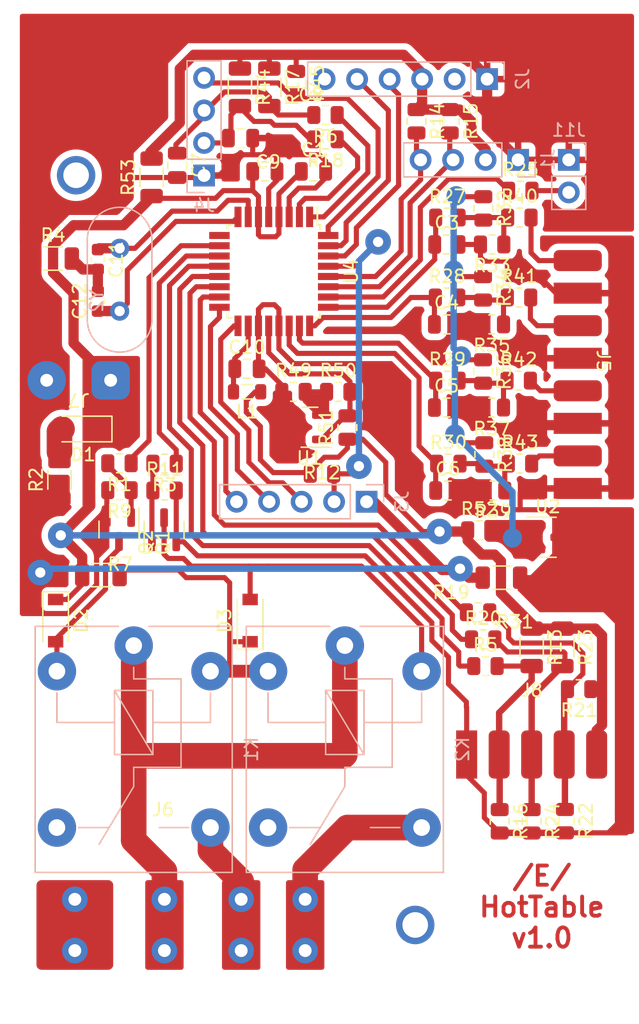
<source format=kicad_pcb>
(kicad_pcb (version 20211014) (generator pcbnew)
  (layers (0 "F.Cu" signal) (31 "B.Cu" signal) (34 "B.Paste" user) (35 "F.Paste" user) (36 "B.SilkS" user "B.Silkscreen") (37 "F.SilkS" user "F.Silkscreen") (38 "B.Mask" user) (39 "F.Mask" user) (44 "Edge.Cuts" user))
  (net 0 "")
  (net 1 "/ENC_RIGHT")
  (net 2 "GNDA")
  (net 3 "/ENC_LEFT")
  (net 4 "+5V")
  (net 5 "Net-(C8-Pad1)")
  (net 6 "Net-(C10-Pad1)")
  (net 7 "Net-(C11-Pad1)")
  (net 8 "Net-(C12-Pad1)")
  (net 10 "/UART_RX")
  (net 11 "/UART_TX")
  (net 13 "/RESET")
  (net 14 "/ISP_SCK")
  (net 15 "/ENC_ENTER")
  (net 16 "/ANALOG_IN_INT_1")
  (net 17 "/ANALOG_IN_INT_2")
  (net 18 "/ANALOG_IN_INT_3")
  (net 19 "/ANALOG_IN_INT_4")
  (net 20 "Net-(C7-Pad1)")
  (net 21 "Net-(D2-Pad2)")
  (net 22 "Net-(D3-Pad2)")
  (net 23 "/OLED_SDA")
  (net 24 "/OLED_SCL")
  (net 27 "/D_OUT_2")
  (net 28 "/D_OUT_3")
  (net 29 "/D_OUT_1")
  (net 30 "/D_OUT_INT_1")
  (net 31 "/D_OUT_INT_2")
  (net 32 "/D_OUT_INT_3")
  (net 33 "/PWM_OUT_1")
  (net 34 "/PWM_OUT_INT_1")
  (net 35 "/PWM_OUT_2")
  (net 36 "/PWM_OUT_INT_2")
  (net 37 "/BUZZER")
  (net 38 "Net-(R27-Pad2)")
  (net 39 "Net-(R28-Pad2)")
  (net 40 "Net-(R29-Pad2)")
  (net 41 "Net-(R30-Pad2)")
  (net 42 "/ANALOG_IN_1")
  (net 43 "/ANALOG_IN_2")
  (net 44 "/ANALOG_IN_3")
  (net 45 "/ANALOG_IN_4")
  (net 46 "/A_IN_VREF")
  (net 47 "Net-(R49-Pad2)")
  (net 48 "/220V_P")
  (net 49 "/220V_N")
  (net 50 "/ISP_MOSI")
  (net 51 "/ISP_MISO")
  (net 52 "Net-(J11-Pad2)")
  (net 54 "/K1")
  (net 55 "/K2")
  (net 56 "Net-(D1-Pad2)")
  (net 57 "Net-(R50-Pad2)")
  (footprint "Resistor_SMD:R_0805_2012Metric" (layer "F.Cu") (at 242.6 91.2125 -90)
    (fp_text reference "R24")
    (fp_text value "1k")
  )
  (footprint "Resistor_SMD:R_0805_2012Metric" (layer "F.Cu") (at 236.0125 44.1)
    (fp_text reference "R27")
    (fp_text value "10k")
  )
  (footprint "Resistor_SMD:R_0805_2012Metric" (layer "F.Cu") (at 228.2 60.4875 90)
    (fp_text reference "R51")
    (fp_text value "10k")
  )
  (footprint "Capacitor_SMD:C_0805_2012Metric" (layer "F.Cu") (at 219.85 37.9)
    (fp_text reference "C8")
    (fp_text value "100n")
  )
  (footprint "Resistor_SMD:R_0805_2012Metric" (layer "F.Cu") (at 224.2 33.6125 -90)
    (fp_text reference "R45")
    (fp_text value "10k")
  )
  (footprint "Resistor_SMD:R_1206_3216Metric" (layer "F.Cu") (at 222.1 33.9375 -90)
    (fp_text reference "R17")
    (fp_text value "10k")
  )
  (footprint "Capacitor_SMD:C_0805_2012Metric" (layer "F.Cu") (at 225.55 40.5)
    (fp_text reference "C1")
    (fp_text value "100n")
  )
  (footprint "Resistor_SMD:R_1206_3216Metric" (layer "F.Cu") (at 208.9375 72)
    (fp_text reference "R7")
    (fp_text value "0")
  )
  (footprint "Resistor_SMD:R_1206_3216Metric" (layer "F.Cu") (at 245 77.6375 -90)
    (fp_text reference "R23")
    (fp_text value "10k")
  )
  (footprint "Resistor_SMD:R_0805_2012Metric" (layer "F.Cu") (at 238.825 43.3875 -90)
    (fp_text reference "R32")
    (fp_text value "10k")
  )
  (footprint "Resistor_SMD:R_0805_2012Metric" (layer "F.Cu") (at 213.9125 63.3 180)
    (fp_text reference "R3")
    (fp_text value "10k")
  )
  (footprint "myLibrary:my_5pin_snd_conn" (layer "F.Cu") (at 242.6 86)
    (fp_text reference "J8")
    (fp_text value "D_OUT_CONN")
  )
  (footprint "Resistor_SMD:R_0805_2012Metric" (layer "F.Cu") (at 233.6 36.5875 -90)
    (fp_text reference "R14")
    (fp_text value "10k")
  )
  (footprint "Capacitor_SMD:C_0603_1608Metric" (layer "F.Cu") (at 208.7 47.375 -90)
    (fp_text reference "C11")
    (fp_text value "22p")
  )
  (footprint "Resistor_SMD:R_0805_2012Metric" (layer "F.Cu") (at 238.5125 68.5)
    (fp_text reference "R52")
    (fp_text value "10k")
  )
  (footprint "Resistor_SMD:R_0805_2012Metric" (layer "F.Cu") (at 238.9 62.5875 -90)
    (fp_text reference "R38")
    (fp_text value "10k")
  )
  (footprint "myLibrary:my_2pin_DIP_conn" (layer "F.Cu") (at 207.2 56.8 180)
    (fp_text reference "J7")
    (fp_text value "PSU_5V_CONN")
  )
  (footprint "Resistor_SMD:R_0805_2012Metric" (layer "F.Cu") (at 235.9875 50.3375)
    (fp_text reference "R28")
    (fp_text value "10k")
  )
  (footprint "Resistor_SMD:R_0805_2012Metric" (layer "F.Cu") (at 238.9875 79.1)
    (fp_text reference "R5")
    (fp_text value "10k")
  )
  (footprint "Capacitor_SMD:C_0805_2012Metric" (layer "F.Cu") (at 221.75 40.5)
    (fp_text reference "C9")
    (fp_text value "100n")
  )
  (footprint "Resistor_SMD:R_0805_2012Metric" (layer "F.Cu") (at 241.6375 44.1)
    (fp_text reference "R40")
    (fp_text value "10k")
  )
  (footprint "Package_QFP:TQFP-32_7x7mm_P0.8mm" (layer "F.Cu") (at 222.45 48.3 -90)
    (fp_text reference "U4")
    (fp_text value "ATmega8-16A")
  )
  (footprint "Diode_SMD:D_SOD-123" (layer "F.Cu") (at 205.4 75.55 -90)
    (fp_text reference "D2")
    (fp_text value "1N4448W")
  )
  (footprint "Resistor_SMD:R_1206_3216Metric" (layer "F.Cu") (at 240.2375 72.2 180)
    (fp_text reference "R31")
    (fp_text value "0")
  )
  (footprint "Resistor_SMD:R_0805_2012Metric" (layer "F.Cu") (at 246.3125 80.9 180)
    (fp_text reference "R21")
    (fp_text value "10k")
  )
  (footprint "Resistor_SMD:R_0805_2012Metric" (layer "F.Cu") (at 241.7125 42)
    (fp_text reference "R25")
    (fp_text value "10k")
  )
  (footprint "Resistor_SMD:R_1206_3216Metric" (layer "F.Cu") (at 219.8 33.9375 -90)
    (fp_text reference "R44")
    (fp_text value "10k")
  )
  (footprint "myLibrary:my_8pin_smd_conn" (layer "F.Cu") (at 246.3595 55.06 -90)
    (fp_text reference "J5")
    (fp_text value "ANALOG_IN_CONN")
  )
  (footprint "Resistor_SMD:R_0805_2012Metric" (layer "F.Cu") (at 238.4125 74.9)
    (fp_text reference "R19")
    (fp_text value "10k")
  )
  (footprint "Resistor_SMD:R_0805_2012Metric" (layer "F.Cu") (at 241.6875 63.3)
    (fp_text reference "R43")
    (fp_text value "10k")
  )
  (footprint "Resistor_SMD:R_0805_2012Metric" (layer "F.Cu") (at 245.2 91.2 -90)
    (fp_text reference "R22")
    (fp_text value "1k")
  )
  (footprint "Resistor_SMD:R_0805_2012Metric" (layer "F.Cu") (at 241.6125 50.3375)
    (fp_text reference "R41")
    (fp_text value "10k")
  )
  (footprint "Resistor_SMD:R_0805_2012Metric" (layer "F.Cu") (at 241.5875 56.825)
    (fp_text reference "R42")
    (fp_text value "10k")
  )
  (footprint "Resistor_SMD:R_0805_2012Metric" (layer "F.Cu") (at 226.4875 38 180)
    (fp_text reference "R18")
    (fp_text value "10k")
  )
  (footprint "Resistor_SMD:R_0805_2012Metric" (layer "F.Cu") (at 226.2125 64.1)
    (fp_text reference "R12")
    (fp_text value "10k")
  )
  (footprint "Resistor_SMD:R_0805_2012Metric" (layer "F.Cu") (at 236.0125 56.825)
    (fp_text reference "R29")
    (fp_text value "10k")
  )
  (footprint "Capacitor_SMD:C_0805_2012Metric" (layer "F.Cu") (at 236.05 65.4)
    (fp_text reference "C6")
    (fp_text value "100n")
  )
  (footprint "Package_TO_SOT_SMD:SOT-23" (layer "F.Cu") (at 213.875 68.4625 90)
    (fp_text reference "Q2")
    (fp_text value "MMBT3904")
  )
  (footprint "Resistor_SMD:R_0805_2012Metric" (layer "F.Cu") (at 213.9125 65.4)
    (fp_text reference "R11")
    (fp_text value "1k")
  )
  (footprint "Resistor_SMD:R_1206_3216Metric" (layer "F.Cu") (at 205.7 64.5625 90)
    (fp_text reference "R2")
    (fp_text value "0")
  )
  (footprint "Resistor_SMD:R_0805_2012Metric" (layer "F.Cu") (at 239.4875 58.925 180)
    (fp_text reference "R37")
    (fp_text value "1k")
  )
  (footprint "Resistor_SMD:R_0805_2012Metric" (layer "F.Cu") (at 238.8125 77.0125)
    (fp_text reference "R20")
    (fp_text value "10k")
  )
  (footprint "Diode_SMD:D_SOD-123" (layer "F.Cu") (at 207.55 60.6 180)
    (fp_text reference "D1")
    (fp_text value "D_Zener")
  )
  (footprint "Capacitor_SMD:C_0805_2012Metric" (layer "F.Cu") (at 235.975 46.2)
    (fp_text reference "C3")
    (fp_text value "100n")
  )
  (footprint "Resistor_SMD:R_0805_2012Metric" (layer "F.Cu") (at 238.8 49.625 -90)
    (fp_text reference "R34")
    (fp_text value "10k")
  )
  (footprint "Resistor_SMD:R_0805_2012Metric" (layer "F.Cu") (at 223.9875 57.7)
    (fp_text reference "R49")
    (fp_text value "10k")
  )
  (footprint "myLibrary:my_4pin_220v_conn" (layer "F.Cu") (at 213.9 99.3)
    (fp_text reference "J6")
    (fp_text value "HV_CONN")
  )
  (footprint "Resistor_SMD:R_1206_3216Metric" (layer "F.Cu") (at 205.2 47.3)
    (fp_text reference "R4")
    (fp_text value "0")
  )
  (footprint "Resistor_SMD:R_1206_3216Metric" (layer "F.Cu") (at 212.9 40.9625 90)
    (fp_text reference "R53")
    (fp_text value "0")
  )
  (footprint "Capacitor_SMD:C_0805_2012Metric" (layer "F.Cu") (at 220.35 55.9)
    (fp_text reference "C10")
    (fp_text value "100n")
  )
  (footprint "Capacitor_SMD:C_0805_2012Metric" (layer "F.Cu") (at 214.9 40.028249 -90)
    (fp_text reference "C7")
    (fp_text value "100n")
  )
  (footprint "Resistor_SMD:R_0805_2012Metric" (layer "F.Cu") (at 210.3875 63.275 180)
    (fp_text reference "R1")
    (fp_text value "10k")
  )
  (footprint "Inductor_SMD:L_0805_2012Metric" (layer "F.Cu") (at 220.3625 57.7 180)
    (fp_text reference "L1")
    (fp_text value "10uH")
  )
  (footprint "Capacitor_SMD:C_0805_2012Metric" (layer "F.Cu") (at 235.95 52.4375)
    (fp_text reference "C4")
    (fp_text value "100n")
  )
  (footprint "Capacitor_SMD:C_0603_1608Metric" (layer "F.Cu") (at 208.7 50.625 90)
    (fp_text reference "C12")
    (fp_text value "22p")
  )
  (footprint "Resistor_SMD:R_0805_2012Metric" (layer "F.Cu") (at 238.8 56.1125 -90)
    (fp_text reference "R36")
    (fp_text value "10k")
  )
  (footprint "Resistor_SMD:R_0805_2012Metric" (layer "F.Cu") (at 239.5125 46.2 180)
    (fp_text reference "R33")
    (fp_text value "1k")
  )
  (footprint "Package_TO_SOT_SMD:SOT-23" (layer "F.Cu") (at 210.35 68.4375 -90)
    (fp_text reference "Q1")
    (fp_text value "MMBT3904")
  )
  (footprint "Diode_SMD:D_SOD-123" (layer "F.Cu") (at 220.6 75.55 90)
    (fp_text reference "D3")
    (fp_text value "1N4448W")
  )
  (footprint "Package_TO_SOT_SMD:SOT-23" (layer "F.Cu") (at 225.2375 60.4625 180)
    (fp_text reference "U1")
    (fp_text value "TL431DBZ")
  )
  (footprint "Resistor_SMD:R_0805_2012Metric" (layer "F.Cu") (at 236.0875 63.3)
    (fp_text reference "R30")
    (fp_text value "10k")
  )
  (footprint "Resistor_SMD:R_0805_2012Metric" (layer "F.Cu") (at 239.4875 52.4375 180)
    (fp_text reference "R35")
    (fp_text value "1k")
  )
  (footprint "Package_TO_SOT_SMD:SOT-23" (layer "F.Cu") (at 243.8625 69.05)
    (fp_text reference "U2")
    (fp_text value "TL431DBZ")
  )
  (footprint "Resistor_SMD:R_0805_2012Metric" (layer "F.Cu") (at 227.4875 57.7)
    (fp_text reference "R50")
    (fp_text value "10k")
  )
  (footprint "Resistor_SMD:R_0805_2012Metric" (layer "F.Cu") (at 236.2 36.5875 -90)
    (fp_text reference "R15")
    (fp_text value "10k")
  )
  (footprint "Resistor_SMD:R_0805_2012Metric" (layer "F.Cu") (at 239.5875 65.4 180)
    (fp_text reference "R39")
    (fp_text value "1k")
  )
  (footprint "Resistor_SMD:R_0805_2012Metric" (layer "F.Cu") (at 226.4875 36.1 180)
    (fp_text reference "R6")
    (fp_text value "10k")
  )
  (footprint "Resistor_SMD:R_0805_2012Metric" (layer "F.Cu") (at 240.1 91.2125 -90)
    (fp_text reference "R16")
    (fp_text value "1k")
  )
  (footprint "Resistor_SMD:R_1206_3216Metric" (layer "F.Cu") (at 242.6 77.6375 -90)
    (fp_text reference "R13")
    (fp_text value "10k")
  )
  (footprint "Capacitor_SMD:C_0805_2012Metric" (layer "F.Cu") (at 235.95 58.925)
    (fp_text reference "C5")
    (fp_text value "100n")
  )
  (footprint "Resistor_SMD:R_0805_2012Metric" (layer "F.Cu") (at 210.3875 65.375 180)
    (fp_text reference "R9")
    (fp_text value "1k")
  )
  (footprint "Connector_PinHeader_2.54mm:PinHeader_1x02_P2.54mm_Vertical" (layer "B.Cu") (at 245.5 39.6 180)
    (fp_text reference "J11")
    (fp_text value "BUZZER_CONN")
  )
  (footprint "Relay_THT:Relay_SPDT_Finder_36.11" (layer "B.Cu") (at 211.5 77.5 -90)
    (fp_text reference "K1")
    (fp_text value "FINDER-36.11")
  )
  (footprint "Crystal:Crystal_HC18-U_Vertical" (layer "B.Cu") (at 210.4 46.5 -90)
    (fp_text reference "Y2")
    (fp_text value "8MHz")
  )
  (footprint "Connector_PinHeader_2.54mm:PinHeader_1x04_P2.54mm_Vertical" (layer "B.Cu") (at 241.54 39.6 90)
    (fp_text reference "J1")
    (fp_text value "OLED_CONN")
  )
  (footprint "Relay_THT:Relay_SPDT_Finder_36.11" (layer "B.Cu") (at 228 77.5 -90)
    (fp_text reference "K2")
    (fp_text value "FINDER-36.11")
  )
  (footprint "Connector_PinSocket_2.54mm:PinSocket_1x05_P2.54mm_Vertical" (layer "B.Cu") (at 229.7 66.275 90)
    (fp_text reference "J3")
    (fp_text value "ISP")
  )
  (footprint "Connector_PinSocket_2.54mm:PinSocket_1x06_P2.54mm_Vertical" (layer "B.Cu") (at 239.12 33.3 90)
    (fp_text reference "J2")
    (fp_text value "FTDI_COMM")
  )
  (footprint "Connector_PinHeader_2.54mm:PinHeader_1x04_P2.54mm_Vertical" (layer "B.Cu") (at 217 40.82)
    (fp_text reference "J4")
    (fp_text value "ENC_CONN")
  )
  (gr_text "/E/\nHotTable\nv1.0" (at 243.4 97.9) (layer "F.Cu") (effects (font (size 1.5 1.5) (thickness 0.3))))
  (via (at 207 40.8) (size 3) (drill 2) (layers "F.Cu" "B.Cu") (net 0))
  (via (at 233.5 99.3) (size 3) (drill 2) (layers "F.Cu" "B.Cu") (net 0))
  (segment (start 226.35 44.05) (end 229.8 40.6) (width 0.4) (layer "F.Cu") (net 1))
  (segment (start 229.8 39.4) (end 229.8 38.5) (width 0.4) (layer "F.Cu") (net 1))
  (segment (start 229.8 40.6) (end 229.8 39.4) (width 0.4) (layer "F.Cu") (net 1))
  (segment (start 229.8 38.5) (end 227.4 36.1) (width 0.4) (layer "F.Cu") (net 1))
  (segment (start 225.25 44.05) (end 226.35 44.05) (width 0.4) (layer "F.Cu") (net 1))
  (segment (start 240.1125 92.1125) (end 240.1 92.125) (width 0.5) (layer "F.Cu") (net 2))
  (segment (start 222.85 52.55) (end 222.85 51.25) (width 0.4) (layer "F.Cu") (net 2))
  (segment (start 222.7 41.2) (end 222.7 40.5) (width 0.4) (layer "F.Cu") (net 2))
  (segment (start 224 55.5) (end 231.6 55.5) (width 0.4) (layer "F.Cu") (net 2))
  (segment (start 221.3 55.9) (end 221.8 55.9) (width 0.4) (layer "F.Cu") (net 2))
  (segment (start 239.04 33.38) (end 239.12 33.3) (width 0.8) (layer "F.Cu") (net 2))
  (segment (start 235.6 71.6) (end 230.275 66.275) (width 0.8) (layer "F.Cu") (net 2))
  (segment (start 244.8 67.9) (end 243.8 66.9) (width 0.4) (layer "F.Cu") (net 2))
  (segment (start 209.4 67.5) (end 209.4 65.45) (width 0.4) (layer "F.Cu") (net 2))
  (segment (start 208.6 70.6) (end 209.4 69.8) (width 0.4) (layer "F.Cu") (net 2))
  (segment (start 239.1 35.1) (end 239.12 35.08) (width 0.8) (layer "F.Cu") (net 2))
  (segment (start 248.3 74.7) (end 243.3 74.7) (width 0.4) (layer "F.Cu") (net 2))
  (segment (start 242 47.5) (end 244.5 50) (width 0.4) (layer "F.Cu") (net 2))
  (segment (start 226.5 41) (end 225.7 41.8) (width 0.4) (layer "F.Cu") (net 2))
  (segment (start 222.05 41.85) (end 222.7 41.2) (width 0.4) (layer "F.Cu") (net 2))
  (segment (start 244.8 69.05) (end 244.8 67.9) (width 0.4) (layer "F.Cu") (net 2))
  (segment (start 238.575 60.075) (end 239 60.5) (width 0.4) (layer "F.Cu") (net 2))
  (segment (start 218.18 40.82) (end 219.1 39.9) (width 0.4) (layer "F.Cu") (net 2))
  (segment (start 246.2 60.16) (end 249.36 60.16) (width 0.4) (layer "F.Cu") (net 2))
  (segment (start 233 65.4) (end 234.5 66.9) (width 0.4) (layer "F.Cu") (net 2))
  (segment (start 206.6625 47.3) (end 207.5125 48.15) (width 0.8) (layer "F.Cu") (net 2))
  (segment (start 214.9 40.978249) (end 216.841751 40.978249) (width 0.4) (layer "F.Cu") (net 2))
  (segment (start 221.25 55.85) (end 221.3 55.9) (width 0.4) (layer "F.Cu") (net 2))
  (segment (start 249.3 50) (end 249.4 50.1) (width 0.4) (layer "F.Cu") (net 2))
  (segment (start 211.1 41) (end 211.1 42.5) (width 0.8) (layer "F.Cu") (net 2))
  (segment (start 236.1 30.1) (end 215.6 30.1) (width 0.8) (layer "F.Cu") (net 2))
  (segment (start 238.575 53.475) (end 239.1 54) (width 0.4) (layer "F.Cu") (net 2))
  (segment (start 222.7 40.5) (end 222.7 39.3) (width 0.4) (layer "F.Cu") (net 2))
  (segment (start 249.16 65.24) (end 246.2 65.24) (width 0.4) (layer "F.Cu") (net 2))
  (segment (start 238.775 72.2) (end 237.7 72.2) (width 0.8) (layer "F.Cu") (net 2))
  (segment (start 241.7 72.2) (end 242.6 72.2) (width 0.4) (layer "F.Cu") (net 2))
  (segment (start 249.9875 92.1125) (end 250.2 91.9) (width 0.4) (layer "F.Cu") (net 2))
  (segment (start 236.9 58.925) (end 238.575 58.925) (width 0.4) (layer "F.Cu") (net 2))
  (segment (start 243.8 66.9) (end 242.8 66.9) (width 0.4) (layer "F.Cu") (net 2))
  (segment (start 222.85 51.25) (end 222.5 50.9) (width 0.4) (layer "F.Cu") (net 2))
  (segment (start 236.1 80.5) (end 237.5 81.9) (width 0.4) (layer "F.Cu") (net 2))
  (segment (start 208.60048 70.90048) (end 208.6 70.9) (width 0.4) (layer "F.Cu") (net 2))
  (segment (start 224.2625 60.4625) (end 223.075 59.275) (width 0.4) (layer "F.Cu") (net 2))
  (segment (start 237 65.4) (end 238.675 65.4) (width 0.4) (layer "F.Cu") (net 2))
  (segment (start 242.06 65.24) (end 241.7 65.6) (width 0.4) (layer "F.Cu") (net 2))
  (segment (start 226 39.2) (end 222.6 39.2) (width 0.4) (layer "F.Cu") (net 2))
  (segment (start 234.5 66.9) (end 238.8 66.9) (width 0.4) (layer "F.Cu") (net 2))
  (segment (start 238.8 66.9) (end 239.1 66.9) (width 0.4) (layer "F.Cu") (net 2))
  (segment (start 214.825 69.4) (end 215.4 69.4) (width 0.4) (layer "F.Cu") (net 2))
  (segment (start 233 56.9) (end 233 65.4) (width 0.4) (layer "F.Cu") (net 2))
  (segment (start 208.7 48.8) (end 208.7 49.85) (width 0.8) (layer "F.Cu") (net 2))
  (segment (start 220.8 39.2) (end 219.8 39.2) (width 0.4) (layer "F.Cu") (net 2))
  (segment (start 221.8 55.9) (end 223.075 57.175) (width 0.4) (layer "F.Cu") (net 2))
  (segment (start 237.52 87.62) (end 238.9 89) (width 0.4) (layer "F.Cu") (net 2))
  (segment (start 204.2 71.8) (end 204.2 71.7) (width 0.8) (layer "F.Cu") (net 2))
  (segment (start 241.54 39.54) (end 239.1 37.1) (width 0.8) (layer "F.Cu") (net 2))
  (segment (start 235.6 71.6) (end 236.9 71.6) (width 0.8) (layer "F.Cu") (net 2))
  (segment (start 229.6 70.5) (end 234.8 75.7) (width 0.4) (layer "F.Cu") (net 2))
  (segment (start 238.575 52.4375) (end 238.575 53.475) (width 0.4) (layer "F.Cu") (net 2))
  (segment (start 204.2 71.7) (end 203.8 71.3) (width 0.8) (layer "F.Cu") (net 2))
  (segment (start 236.1 78.4) (end 236.1 80.5) (width 0.4) (layer "F.Cu") (net 2))
  (segment (start 243.3 74.7) (end 241.7 73.1) (width 0.4) (layer "F.Cu") (net 2))
  (segment (start 239.12 33.3) (end 239.12 33.12) (width 0.8) (layer "F.Cu") (net 2))
  (segment (start 237.52 82.32) (end 237.52 86) (width 0.4) (layer "F.Cu") (net 2))
  (segment (start 249.3 75.7) (end 248.3 74.7) (width 0.4) (layer "F.Cu") (net 2))
  (segment (start 210.1 43.5) (end 206.3 43.5) (width 0.8) (layer "F.Cu") (net 2))
  (segment (start 222.85 53.05) (end 222.85 54.35) (width 0.4) (layer "F.Cu") (net 2))
  (segment (start 211.1 38.9) (end 211.1 41) (width 0.8) (layer "F.Cu") (net 2))
  (segment (start 216.5 70.5) (end 229.6 70.5) (width 0.4) (layer "F.Cu") (net 2))
  (segment (start 206.3 43.5) (end 203.7375 46.0625) (width 0.8) (layer "F.Cu") (net 2))
  (segment (start 231.6 55.5) (end 233 56.9) (width 0.4) (layer "F.Cu") (net 2))
  (segment (start 241.54 39.6) (end 241.54 39.54) (width 0.8) (layer "F.Cu") (net 2))
  (segment (start 237.5 81.9) (end 237.5 82.3) (width 0.4) (layer "F.Cu") (net 2))
  (segment (start 245.5 39.6) (end 241.54 39.6) (width 0.4) (layer "F.Cu") (net 2))
  (segment (start 207.5125 48.15) (end 208.7 48.15) (width 0.8) (layer "F.Cu") (net 2))
  (segment (start 204.2 71.8) (end 204.1 71.9) (width 0.4) (layer "F.Cu") (net 2))
  (segment (start 214.8 65.275) (end 214.8 65.4) (width 0.4) (layer "F.Cu") (net 2))
  (segment (start 244.8 70) (end 244.8 69.05) (width 0.4) (layer "F.Cu") (net 2))
  (segment (start 236.9 71.6) (end 237 71.5) (width 0.8) (layer "F.Cu") (net 2))
  (segment (start 238.6 46.2) (end 238.6 47.2) (width 0.4) (layer "F.Cu") (net 2))
  (segment (start 239.1 54) (end 240.9 54) (width 0.4) (layer "F.Cu") (net 2))
  (segment (start 221.6 50.9) (end 221.25 51.25) (width 0.4) (layer "F.Cu") (net 2))
  (segment (start 248.6875 92.0125) (end 249.3 91.4) (width 0.4) (layer "F.Cu") (net 2))
  (segment (start 239.12 33.12) (end 236.1 30.1) (width 0.8) (layer "F.Cu") (net 2))
  (segment (start 249.4 60.2) (end 249.4 65) (width 0.4) (layer "F.Cu") (net 2))
  (segment (start 238.9 90.925) (end 240.1 92.125) (width 0.4) (layer "F.Cu") (net 2))
  (segment (start 246.2 55.08) (end 249.32 55.08) (width 0.4) (layer "F.Cu") (net 2))
  (segment (start 224.3 60.4625) (end 224.2625 60.4625) (width 0.4) (layer "F.Cu") (net 2))
  (segment (start 213.8 31.9) (end 213.8 36.2) (width 0.8) (layer "F.Cu") (net 2))
  (segment (start 222.85 54.35) (end 224 55.5) (width 0.4) (layer "F.Cu") (net 2))
  (segment (start 222.5 50.9) (end 221.6 50.9) (width 0.4) (layer "F.Cu") (net 2))
  (segment (start 249.4 65) (end 249.16 65.24) (width 0.4) (layer "F.Cu") (net 2))
  (segment (start 211.1 42.5) (end 210.1 43.5) (width 0.8) (layer "F.Cu") (net 2))
  (segment (start 221.25 52.55) (end 221.25 55.85) (width 0.4) (layer "F.Cu") (net 2))
  (segment (start 249.4 50.1) (end 249.4 55) (width 0.4) (layer "F.Cu") (net 2))
  (segment (start 234.8 75.7) (end 234.8 77.1) (width 0.4) (layer "F.Cu") (net 2))
  (segment (start 223.65 44.05) (end 223.65 42.55) (width 0.4) (layer "F.Cu") (net 2))
  (segment (start 222.7 39.3) (end 222.6 39.2) (width 0.4) (layer "F.Cu") (net 2))
  (segment (start 223.075 59.275) (end 223.075 57.7) (width 0.4) (layer "F.Cu") (net 2))
  (segment (start 242.8 66.9) (end 241.6 66.9) (width 0.4) (layer "F.Cu") (net 2))
  (segment (start 249.36 60.16) (end 249.4 60.2) (width 0.4) (layer "F.Cu") (net 2))
  (segment (start 214.825 69.4) (end 214.825 65.4) (width 0.4) (layer "F.Cu") (net 2))
  (segment (start 245.86 60.5) (end 246.2 60.16) (width 0.4) (layer "F.Cu") (net 2))
  (segment (start 241.7 66.8) (end 241.6 66.9) (width 0.4) (layer "F.Cu") (net 2))
  (segment (start 204.1 71.9) (end 204.1 74.6) (width 0.4) (layer "F.Cu") (net 2))
  (segment (start 246.2 50) (end 249.3 50) (width 0.4) (layer "F.Cu") (net 2))
  (segment (start 237.52 86) (end 237.52 87.62) (width 0.4) (layer "F.Cu") (net 2))
  (segment (start 230.275 66.275) (end 229.7 66.275) (width 0.8) (layer "F.Cu") (net 2))
  (segment (start 208.6 70.9) (end 208.6 70.6) (width 0.4) (layer "F.Cu") (net 2))
  (segment (start 238.675 66.775) (end 238.8 66.9) (width 0.4) (layer "F.Cu") (net 2))
  (segment (start 221.25 51.25) (end 221.25 52.55) (width 0.4) (layer "F.Cu") (net 2))
  (segment (start 241.98 55.08) (end 246.2 55.08) (width 0.4) (layer "F.Cu") (net 2))
  (segment (start 249.32 55.08) (end 249.4 55) (width 0.4) (layer "F.Cu") (net 2))
  (segment (start 242.6 72.2) (end 244.8 70) (width 0.4) (layer "F.Cu") (net 2))
  (segment (start 241.6 66.9) (end 241.3 66.9) (width 0.4) (layer "F.Cu") (net 2))
  (segment (start 245.2 92.1125) (end 249.9875 92.1125) (width 0.4) (layer "F.Cu") (net 2))
  (segment (start 241.3 66.9) (end 239.1 66.9) (width 0.4) (layer "F.Cu") (net 2))
  (segment (start 206.349022 75) (end 208.60048 72.748542) (width 0.4) (layer "F.Cu") (net 2))
  (segment (start 203.7375 56.7375) (end 204.7 57.7) (width 0.8) (layer "F.Cu") (net 2))
  (segment (start 241.7 65.6) (end 241.7 66.8) (width 0.4) (layer "F.Cu") (net 2))
  (segment (start 239.1 37.1) (end 239.1 35.1) (width 0.8) (layer "F.Cu") (net 2))
  (segment (start 203.8 65.9) (end 203.8 58.6) (width 0.8) (layer "F.Cu") (net 2))
  (segment (start 204.2 71.8) (end 203.9 71.8) (width 0.4) (layer "F.Cu") (net 2))
  (segment (start 214.9 40.978249) (end 211.121751 40.978249) (width 0.4) (layer "F.Cu") (net 2))
  (segment (start 246.2 65.24) (end 242.06 65.24) (width 0.4) (layer "F.Cu") (net 2))
  (segment (start 238.575 58.925) (end 238.575 60.075) (width 0.4) (layer "F.Cu") (net 2))
  (segment (start 211.121751 40.978249) (end 211.1 41) (width 0.4) (layer "F.Cu") (net 2))
  (segment (start 238.6 47.2) (end 238.9 47.5) (width 0.4) (layer "F.Cu") (net 2))
  (segment (start 236.9 52.4375) (end 238.575 52.4375) (width 0.4) (layer "F.Cu") (net 2))
  (segment (start 238.9 89) (end 238.9 90.925) (width 0.4) (layer "F.Cu") (net 2))
  (segment (start 249.3 91.4) (end 249.3 90.6) (width 0.4) (layer "F.Cu") (net 2))
  (segment (start 216.841751 40.978249) (end 217 40.82) (width 0.4) (layer "F.Cu") (net 2))
  (segment (start 204.1 74.6) (end 204.5 75) (width 0.4) (layer "F.Cu") (net 2))
  (segment (start 237.5 82.3) (end 237.52 82.32) (width 0.4) (layer "F.Cu") (net 2))
  (segment (start 226.5 40.4) (end 226.5 39.7) (width 0.4) (layer "F.Cu") (net 2))
  (segment (start 219.8 39.2) (end 219.1 39.9) (width 0.4) (layer "F.Cu") (net 2))
  (segment (start 239 60.5) (end 245.86 60.5) (width 0.4) (layer "F.Cu") (net 2))
  (segment (start 237.7 72.2) (end 237 71.5) (width 0.8) (layer "F.Cu") (net 2))
  (segment (start 215.6 30.1) (end 213.8 31.9) (width 0.8) (layer "F.Cu") (net 2))
  (segment (start 208.7 48.15) (end 208.7 48.8) (width 0.8) (layer "F.Cu") (net 2))
  (segment (start 209.4 69.8) (end 209.4 67.5) (width 0.4) (layer "F.Cu") (net 2))
  (segment (start 239.12 35.08) (end 239.12 33.3) (width 0.8) (layer "F.Cu") (net 2))
  (segment (start 203.8 71.3) (end 203.8 65.9) (width 0.8) (layer "F.Cu") (net 2))
  (segment (start 238.675 65.4) (end 238.675 66.775) (width 0.4) (layer "F.Cu") (net 2))
  (segment (start 203.925 66.025) (end 203.8 65.9) (width 0.8) (layer "F.Cu") (net 2))
  (segment (start 234.8 77.1) (end 236.1 78.4) (width 0.4) (layer "F.Cu") (net 2))
  (segment (start 217 40.82) (end 218.18 40.82) (width 0.4) (layer "F.Cu") (net 2))
  (segment (start 240.9 54) (end 241.98 55.08) (width 0.4) (layer "F.Cu") (net 2))
  (segment (start 203.7375 46.0625) (end 203.7375 56.7375) (width 0.8) (layer "F.Cu") (net 2))
  (segment (start 250.2 91.9) (end 250.2 91.5) (width 0.4) (layer "F.Cu") (net 2))
  (segment (start 223.075 57.175) (end 223.075 57.7) (width 0.4) (layer "F.Cu") (net 2))
  (segment (start 215.4 69.4) (end 216.5 70.5) (width 0.4) (layer "F.Cu") (net 2))
  (segment (start 208.60048 72.748542) (end 208.60048 70.90048) (width 0.4) (layer "F.Cu") (net 2))
  (segment (start 220.8 37.9) (end 220.8 39.2) (width 0.4) (layer "F.Cu") (net 2))
  (segment (start 245.2 92.1125) (end 240.1125 92.1125) (width 0.5) (layer "F.Cu") (net 2))
  (segment (start 223.65 42.55) (end 224.4 41.8) (width 0.4) (layer "F.Cu") (net 2))
  (segment (start 250.2 91.5) (end 249.3 90.6) (width 0.4) (layer "F.Cu") (net 2))
  (segment (start 205.7 66.025) (end 203.925 66.025) (width 0.8) (layer "F.Cu") (net 2))
  (segment (start 203.8 58.6) (end 204.7 57.7) (width 0.8) (layer "F.Cu") (net 2))
  (segment (start 236.925 46.2) (end 238.6 46.2) (width 0.4) (layer "F.Cu") (net 2))
  (segment (start 238.9 47.5) (end 242 47.5) (width 0.4) (layer "F.Cu") (net 2))
  (segment (start 222.05 44.05) (end 222.05 41.85) (width 0.4) (layer "F.Cu") (net 2))
  (segment (start 204.5 75) (end 206.349022 75) (width 0.4) (layer "F.Cu") (net 2))
  (segment (start 249.3 90.6) (end 249.3 75.7) (width 0.4) (layer "F.Cu") (net 2))
  (segment (start 241.7 73.1) (end 241.7 72.2) (width 0.4) (layer "F.Cu") (net 2))
  (segment (start 224.4 41.8) (end 225.7 41.8) (width 0.4) (layer "F.Cu") (net 2))
  (segment (start 244.5 50) (end 246.2 50) (width 0.4) (layer "F.Cu") (net 2))
  (segment (start 222.6 39.2) (end 220.8 39.2) (width 0.4) (layer "F.Cu") (net 2))
  (segment (start 226.5 39.7) (end 226 39.2) (width 0.4) (layer "F.Cu") (net 2))
  (segment (start 213.8 36.2) (end 211.1 38.9) (width 0.8) (layer "F.Cu") (net 2))
  (segment (start 249.4 55) (end 249.4 60.2) (width 0.4) (layer "F.Cu") (net 2))
  (via (at 237 71.5) (size 2) (drill 0.8) (layers "F.Cu" "B.Cu") (net 2))
  (via (at 204.2 71.8) (size 2) (drill 0.8) (layers "F.Cu" "B.Cu") (net 2))
  (segment (start 237 71.5) (end 204.5 71.5) (width 0.5) (layer "B.Cu") (net 2))
  (segment (start 204.5 71.5) (end 204.2 71.8) (width 0.5) (layer "B.Cu") (net 2))
  (segment (start 229 40.3) (end 229 39.4) (width 0.4) (layer "F.Cu") (net 3))
  (segment (start 227.6 38) (end 229 39.4) (width 0.4) (layer "F.Cu") (net 3))
  (segment (start 225.5 42.6) (end 226.7 42.6) (width 0.4) (layer "F.Cu") (net 3))
  (segment (start 224.45 44.05) (end 224.45 43.05) (width 0.4) (layer "F.Cu") (net 3))
  (segment (start 224.9 42.6) (end 225.5 42.6) (width 0.4) (layer "F.Cu") (net 3))
  (segment (start 226.7 42.6) (end 229 40.3) (width 0.4) (layer "F.Cu") (net 3))
  (segment (start 224.45 43.05) (end 224.9 42.6) (width 0.4) (layer "F.Cu") (net 3))
  (segment (start 227.4 38) (end 227.6 38) (width 0.4) (layer "F.Cu") (net 3))
  (segment (start 220.8 40.5) (end 220.8 42) (width 0.4) (layer "F.Cu") (net 4))
  (segment (start 237.6 68.5) (end 237.6 69.3) (width 0.8) (layer "F.Cu") (net 4))
  (segment (start 232.6 31.4) (end 224.5 31.4) (width 0.8) (layer "F.Cu") (net 4))
  (segment (start 206.8 50) (end 206.8 53.9) (width 0.8) (layer "F.Cu") (net 4))
  (segment (start 221.25 42.45) (end 221.25 44.05) (width 0.4) (layer "F.Cu") (net 4))
  (segment (start 245 76.175) (end 242.6 76.175) (width 0.8) (layer "F.Cu") (net 4))
  (segment (start 206.8 53.9) (end 209.7 56.8) (width 0.8) (layer "F.Cu") (net 4))
  (segment (start 224.2 31.7) (end 224.5 31.4) (width 0.4) (layer "F.Cu") (net 4))
  (segment (start 208.1 61.7) (end 209.2 60.6) (width 0.8) (layer "F.Cu") (net 4))
  (segment (start 238.7 70.4) (end 239.7 70.4) (width 0.8) (layer "F.Cu") (net 4))
  (segment (start 248.1 83.7) (end 248.1 76.7) (width 0.8) (layer "F.Cu") (net 4))
  (segment (start 231.2 65.7) (end 231.2 63.2) (width 0.4) (layer "F.Cu") (net 4))
  (segment (start 247.4 84.88) (end 247.32 84.8) (width 0.5) (layer "F.Cu") (net 4))
  (segment (start 237.9 37.7) (end 237.9 36.6) (width 0.8) (layer "F.Cu") (net 4))
  (segment (start 222 31.4) (end 220.1 31.4) (width 0.8) (layer "F.Cu") (net 4))
  (segment (start 221.4 60.4) (end 221.4 63) (width 0.4) (layer "F.Cu") (net 4))
  (segment (start 235.4 68.6) (end 234.1 68.6) (width 0.4) (layer "F.Cu") (net 4))
  (segment (start 222.85 45.35) (end 222.6 45.6) (width 0.4) (layer "F.Cu") (net 4))
  (segment (start 220.6 77.2) (end 219.1 77.2) (width 0.4) (layer "F.Cu") (net 4))
  (segment (start 234.04 33.3) (end 234.04 35.235) (width 0.8) (layer "F.Cu") (net 4))
  (segment (start 236.975 35.675) (end 237.9 36.6) (width 0.8) (layer "F.Cu") (net 4))
  (segment (start 247.68 84.12) (end 248.1 83.7) (width 0.8) (layer "F.Cu") (net 4))
  (segment (start 235.4 68.6) (end 237.4 68.6) (width 0.8) (layer "F.Cu") (net 4))
  (segment (start 236.2 35.675) (end 236.975 35.675) (width 0.8) (layer "F.Cu") (net 4))
  (segment (start 222.85 44.05) (end 222.85 42.25) (width 0.4) (layer "F.Cu") (net 4))
  (segment (start 239.04 39.6) (end 239.04 39.76) (width 0.4) (layer "F.Cu") (net 4))
  (segment (start 234.04 32.84) (end 232.6 31.4) (width 0.8) (layer "F.Cu") (net 4))
  (segment (start 218.5 42) (end 217.9 42.6) (width 0.4) (layer "F.Cu") (net 4))
  (segment (start 240.2 70.9) (end 240.2 73.4) (width 0.8) (layer "F.Cu") (net 4))
  (segment (start 210.7 44.7) (end 206.8 44.7) (width 0.8) (layer "F.Cu") (net 4))
  (segment (start 234.04 33.3) (end 234.04 32.84) (width 0.8) (layer "F.Cu") (net 4))
  (segment (start 225.3 63.9) (end 226.4 62.8) (width 0.4) (layer "F.Cu") (net 4))
  (segment (start 221.425 57.7) (end 221 57.7) (width 0.4) (layer "F.Cu") (net 4))
  (segment (start 239 38.8) (end 237.9 37.7) (width 0.8) (layer "F.Cu") (net 4))
  (segment (start 210.4 71.5) (end 210.5 71.6) (width 0.4) (layer "F.Cu") (net 4))
  (segment (start 215.1 36.7) (end 215.1 32.5) (width 0.8) (layer "F.Cu") (net 4))
  (segment (start 215 71.6) (end 215.6 72.2) (width 0.4) (layer "F.Cu") (net 4))
  (segment (start 205.8 68.9) (end 205.8 68.4) (width 0.8) (layer "F.Cu") (net 4))
  (segment (start 247.575 76.175) (end 245 76.175) (width 0.8) (layer "F.Cu") (net 4))
  (segment (start 209.7 56.8) (end 209.7 60.1) (width 0.8) (layer "F.Cu") (net 4))
  (segment (start 207.475 72) (end 207.475 70.575) (width 0.8) (layer "F.Cu") (net 4))
  (segment (start 205.2 48.4) (end 206.8 50) (width 0.8) (layer "F.Cu") (net 4))
  (segment (start 205.8 68.9) (end 208.1 66.6) (width 0.8) (layer "F.Cu") (net 4))
  (segment (start 237.6 69.3) (end 238.7 70.4) (width 0.8) (layer "F.Cu") (net 4))
  (segment (start 217.9 42.6) (end 213.075 42.6) (width 0.4) (layer "F.Cu") (net 4))
  (segment (start 212.8 39.6375) (end 212.8 39) (width 0.8) (layer "F.Cu") (net 4))
  (segment (start 216.2 31.4) (end 220.1 31.4) (width 0.8) (layer "F.Cu") (net 4))
  (segment (start 234.04 35.235) (end 233.6 35.675) (width 0.8) (layer "F.Cu") (net 4))
  (segment (start 233.6 35.675) (end 236.2 35.675) (width 0.8) (layer "F.Cu") (net 4))
  (segment (start 239.7 70.4) (end 240.2 70.9) (width 0.8) (layer "F.Cu") (net 4))
  (segment (start 215.6 72.2) (end 218.6 72.2) (width 0.4) (layer "F.Cu") (net 4))
  (segment (start 207.475 72.725) (end 207.475 72) (width 0.4) (layer "F.Cu") (net 4))
  (segment (start 242.6 75.8) (end 242.6 76.175) (width 0.8) (layer "F.Cu") (net 4))
  (segment (start 208.1 66.6) (end 208.1 61.7) (width 0.8) (layer "F.Cu") (net 4))
  (segment (start 212.9 42.5) (end 210.7 44.7) (width 0.8) (layer "F.Cu") (net 4))
  (segment (start 222.4 64) (end 225.2 64) (width 0.4) (layer "F.Cu") (net 4))
  (segment (start 222.1 32.475) (end 222.1 31.5) (width 0.4) (layer "F.Cu") (net 4))
  (segment (start 212.9 42.425) (end 212.9 42.5) (width 0.8) (layer "F.Cu") (net 4))
  (segment (start 218.6 72.2) (end 219 72.6) (width 0.4) (layer "F.Cu") (net 4))
  (segment (start 248.1 76.7) (end 247.575 76.175) (width 0.8) (layer "F.Cu") (net 4))
  (segment (start 239 39.6) (end 239 38.8) (width 0.8) (layer "F.Cu") (net 4))
  (segment (start 222.1 31.5) (end 222 31.4) (width 0.4) (layer "F.Cu") (net 4))
  (segment (start 222.85 42.25) (end 224.6 40.5) (width 0.4) (layer "F.Cu") (net 4))
  (segment (start 237.4 68.6) (end 237.7 68.3) (width 0.8) (layer "F.Cu") (net 4))
  (segment (start 206.3 73.9) (end 207.475 72.725) (width 0.4) (layer "F.Cu") (net 4))
  (segment (start 220.3 58.4) (end 220.3 59.3) (width 0.4) (layer "F.Cu") (net 4))
  (segment (start 234.1 68.6) (end 231.2 65.7) (width 0.4) (layer "F.Cu") (net 4))
  (segment (start 205.2 46.3) (end 205.2 48.4) (width 0.8) (layer "F.Cu") (net 4))
  (segment (start 219.1 77.2) (end 219 77.1) (width 0.4) (layer "F.Cu") (net 4))
  (segment (start 231.2 63.2) (end 229.4 61.4) (width 0.4) (layer "F.Cu") (net 4))
  (segment (start 207.475 70.575) (end 205.8 68.9) (width 0.8) (layer "F.Cu") (net 4))
  (segment (start 222.6 45.6) (end 221.4 45.6) (width 0.4) (layer "F.Cu") (net 4))
  (segment (start 224.2 32.7) (end 224.2 31.7) (width 0.4) (layer "F.Cu") (net 4))
  (segment (start 228.2 62.1) (end 228.2 61.4) (width 0.4) (layer "F.Cu") (net 4))
  (segment (start 219 77.1) (end 219 79.5) (width 0.4) (layer "F.Cu") (net 4))
  (segment (start 220.8 42) (end 221.25 42.45) (width 0.4) (layer "F.Cu") (net 4))
  (segment (start 220.3 59.3) (end 221.4 60.4) (width 0.4) (layer "F.Cu") (net 4))
  (segment (start 206.8 44.7) (end 205.2 46.3) (width 0.8) (layer "F.Cu") (net 4))
  (segment (start 221.4 63) (end 222.4 64) (width 0.4) (layer "F.Cu") (net 4))
  (segment (start 226.4 62.8) (end 227.5 62.8) (width 0.4) (layer "F.Cu") (net 4))
  (segment (start 225.2 64) (end 225.3 64.1) (width 0.4) (layer "F.Cu") (net 4))
  (segment (start 222.85 44.05) (end 222.85 45.35) (width 0.4) (layer "F.Cu") (net 4))
  (segment (start 219 79.5) (end 222 79.5) (width 1) (layer "F.Cu") (net 4))
  (segment (start 219.8 31.7) (end 220.1 31.4) (width 0.4) (layer "F.Cu") (net 4))
  (segment (start 217.5 79.5) (end 219 79.5) (width 1) (layer "F.Cu") (net 4))
  (segment (start 221 57.7) (end 220.3 58.4) (width 0.4) (layer "F.Cu") (net 4))
  (segment (start 213.075 42.6) (end 212.9 42.425) (width 0.4) (layer "F.Cu") (net 4))
  (segment (start 205.4 73.9) (end 206.3 73.9) (width 0.4) (layer "F.Cu") (net 4))
  (segment (start 227.5 62.8) (end 228.2 62.1) (width 0.4) (layer "F.Cu") (net 4))
  (segment (start 247.68 86) (end 247.68 84.12) (width 0.8) (layer "F.Cu") (net 4))
  (segment (start 215.1 32.5) (end 216.2 31.4) (width 0.8) (layer "F.Cu") (net 4))
  (segment (start 210.5 71.6) (end 215 71.6) (width 0.4) (layer "F.Cu") (net 4))
  (segment (start 221.4 45.6) (end 221.25 45.45) (width 0.4) (layer "F.Cu") (net 4))
  (segment (start 212.8 39) (end 215.1 36.7) (width 0.8) (layer "F.Cu") (net 4))
  (segment (start 229.4 61.4) (end 228.2 61.4) (width 0.4) (layer "F.Cu") (net 4))
  (segment (start 221.25 45.45) (end 221.25 44.05) (width 0.4) (layer "F.Cu") (net 4))
  (segment (start 224.5 31.4) (end 222 31.4) (width 0.8) (layer "F.Cu") (net 4))
  (segment (start 220.8 42) (end 218.5 42) (width 0.4) (layer "F.Cu") (net 4))
  (segment (start 209.7 60.1) (end 209.2 60.6) (width 0.8) (layer "F.Cu") (net 4))
  (segment (start 240.2 73.4) (end 242.6 75.8) (width 0.8) (layer "F.Cu") (net 4))
  (segment (start 219.8 32.475) (end 219.8 31.7) (width 0.4) (layer "F.Cu") (net 4))
  (segment (start 225.3 64.1) (end 225.3 63.9) (width 0.4) (layer "F.Cu") (net 4))
  (segment (start 242.675 76.1) (end 242.6 76.175) (width 0.4) (layer "F.Cu") (net 4))
  (segment (start 219 72.6) (end 219 77.1) (width 0.4) (layer "F.Cu") (net 4))
  (via (at 235.4 68.6) (size 2) (drill 0.8) (layers "F.Cu" "B.Cu") (net 4))
  (via (at 205.8 68.9) (size 2) (drill 0.8) (layers "F.Cu" "B.Cu") (net 4))
  (segment (start 235.1 68.9) (end 235.4 68.6) (width 0.5) (layer "B.Cu") (net 4))
  (segment (start 205.8 68.9) (end 235.1 68.9) (width 0.5) (layer "B.Cu") (net 4))
  (segment (start 217 38.28) (end 218.82 38.28) (width 0.4) (layer "F.Cu") (net 5))
  (segment (start 219.8 35.4) (end 219.1 36.1) (width 0.4) (layer "F.Cu") (net 5))
  (segment (start 225.575 38) (end 225.3 38) (width 0.4) (layer "F.Cu") (net 5))
  (segment (start 220.9 36.6) (end 219.8 35.5) (width 0.4) (layer "F.Cu") (net 5))
  (segment (start 219.1 36.1) (end 219.1 38) (width 0.4) (layer "F.Cu") (net 5))
  (segment (start 219.8 35.5) (end 219.8 35.4) (width 0.4) (layer "F.Cu") (net 5))
  (segment (start 218.82 38.28) (end 219.1 38) (width 0.4) (layer "F.Cu") (net 5))
  (segment (start 225.3 38) (end 224.2 36.9) (width 0.4) (layer "F.Cu") (net 5))
  (segment (start 224.2 36.9) (end 222.5 36.9) (width 0.4) (layer "F.Cu") (net 5))
  (segment (start 222.2 36.6) (end 220.9 36.6) (width 0.4) (layer "F.Cu") (net 5))
  (segment (start 222.5 36.9) (end 222.2 36.6) (width 0.4) (layer "F.Cu") (net 5))
  (segment (start 220.45 52.55) (end 220.45 54.05) (width 0.4) (layer "F.Cu") (net 6))
  (segment (start 220.45 54.05) (end 219.4 55.1) (width 0.4) (layer "F.Cu") (net 6))
  (segment (start 219.3 56) (end 219.4 55.9) (width 0.4) (layer "F.Cu") (net 6))
  (segment (start 219.3 57.7) (end 219.3 56) (width 0.4) (layer "F.Cu") (net 6))
  (segment (start 219.4 55.1) (end 219.4 55.9) (width 0.4) (layer "F.Cu") (net 6))
  (segment (start 220.45 42.775978) (end 220.45 44.05) (width 0.4) (layer "F.Cu") (net 7))
  (segment (start 208.8 46.5) (end 208.7 46.6) (width 0.8) (layer "F.Cu") (net 7))
  (segment (start 218.025978 43.6) (end 218.875489 42.750489) (width 0.4) (layer "F.Cu") (net 7))
  (segment (start 210.4 46.5) (end 211.6 46.5) (width 0.4) (layer "F.Cu") (net 7))
  (segment (start 218.875489 42.750489) (end 220.424511 42.750489) (width 0.4) (layer "F.Cu") (net 7))
  (segment (start 220.45 44.05) (end 220.424511 44.024511) (width 0.4) (layer "F.Cu") (net 7))
  (segment (start 210.4 46.5) (end 208.8 46.5) (width 0.8) (layer "F.Cu") (net 7))
  (segment (start 211.6 46.5) (end 214.5 43.6) (width 0.4) (layer "F.Cu") (net 7))
  (segment (start 220.424511 42.750489) (end 220.45 42.775978) (width 0.4) (layer "F.Cu") (net 7))
  (segment (start 214.5 43.6) (end 218.025978 43.6) (width 0.4) (layer "F.Cu") (net 7))
  (segment (start 210.4 51.4) (end 208.7 51.4) (width 0.8) (layer "F.Cu") (net 8))
  (segment (start 210.4 51.4) (end 211 50.8) (width 0.4) (layer "F.Cu") (net 8))
  (segment (start 211 50.8) (end 211 48.2) (width 0.4) (layer "F.Cu") (net 8))
  (segment (start 219.3 44.4) (end 219.65 44.05) (width 0.4) (layer "F.Cu") (net 8))
  (segment (start 211 48.2) (end 214.8 44.4) (width 0.4) (layer "F.Cu") (net 8))
  (segment (start 214.8 44.4) (end 219.3 44.4) (width 0.4) (layer "F.Cu") (net 8))
  (segment (start 231.5 33.3) (end 231.5 33.8) (width 0.4) (layer "F.Cu") (net 10))
  (segment (start 228.9 44.9) (end 228.9 46.2) (width 0.4) (layer "F.Cu") (net 10))
  (segment (start 232.2 41.6) (end 228.9 44.9) (width 0.4) (layer "F.Cu") (net 10))
  (segment (start 231.5 33.8) (end 232.2 34.5) (width 0.4) (layer "F.Cu") (net 10))
  (segment (start 232.2 34.5) (end 232.2 41.6) (width 0.4) (layer "F.Cu") (net 10))
  (segment (start 228 47.1) (end 226.7 47.1) (width 0.4) (layer "F.Cu") (net 10))
  (segment (start 228.9 46.2) (end 228 47.1) (width 0.4) (layer "F.Cu") (net 10))
  (segment (start 228.1 44.5) (end 228.1 45.9) (width 0.4) (layer "F.Cu") (net 11))
  (segment (start 228.96 33.3) (end 231.4 35.74) (width 0.4) (layer "F.Cu") (net 11))
  (segment (start 231.4 35.74) (end 231.4 41.2) (width 0.4) (layer "F.Cu") (net 11))
  (segment (start 228.1 45.9) (end 227.7 46.3) (width 0.4) (layer "F.Cu") (net 11))
  (segment (start 227.7 46.3) (end 226.7 46.3) (width 0.4) (layer "F.Cu") (net 11))
  (segment (start 231.4 41.2) (end 228.1 44.5) (width 0.4) (layer "F.Cu") (net 11))
  (segment (start 227.16 64.135) (end 227.125 64.1) (width 0.4) (layer "F.Cu") (net 13))
  (segment (start 226.7 47.9) (end 228.7 47.9) (width 0.4) (layer "F.Cu") (net 13))
  (segment (start 227.125 64.1) (end 228.5 64.1) (width 0.4) (layer "F.Cu") (net 13))
  (segment (start 228.7 47.9) (end 230.6 46) (width 0.4) (layer "F.Cu") (net 13))
  (segment (start 228.5 64.1) (end 229.1 63.5) (width 0.4) (layer "F.Cu") (net 13))
  (segment (start 227.16 66.275) (end 227.16 64.135) (width 0.4) (layer "F.Cu") (net 13))
  (via (at 230.6 46) (size 2) (drill 0.8) (layers "F.Cu" "B.Cu") (net 13))
  (via (at 229.1 63.5) (size 2) (drill 0.8) (layers "F.Cu" "B.Cu") (net 13))
  (segment (start 229.1 47.5) (end 230.6 46) (width 0.5) (layer "B.Cu") (net 13))
  (segment (start 229.1 63.5) (end 229.1 47.5) (width 0.5) (layer "B.Cu") (net 13))
  (segment (start 218.3 53.6) (end 218.3 58.5) (width 0.4) (layer "F.Cu") (net 14))
  (segment (start 223.145 64.8) (end 224.62 66.275) (width 0.4) (layer "F.Cu") (net 14))
  (segment (start 219.65 52.55) (end 219.35 52.55) (width 0.4) (layer "F.Cu") (net 14))
  (segment (start 219.35 52.55) (end 218.3 53.6) (width 0.4) (layer "F.Cu") (net 14))
  (segment (start 220.5 60.7) (end 220.5 63.2) (width 0.4) (layer "F.Cu") (net 14))
  (segment (start 220.5 63.2) (end 222.1 64.8) (width 0.4) (layer "F.Cu") (net 14))
  (segment (start 218.3 58.5) (end 220.5 60.7) (width 0.4) (layer "F.Cu") (net 14))
  (segment (start 222.1 64.8) (end 223.145 64.8) (width 0.4) (layer "F.Cu") (net 14))
  (segment (start 228.2 34.8) (end 230.6 37.2) (width 0.4) (layer "F.Cu") (net 15))
  (segment (start 230.6 37.2) (end 230.6 40.9) (width 0.4) (layer "F.Cu") (net 15))
  (segment (start 223.725 34.525) (end 222.8 33.6) (width 0.4) (layer "F.Cu") (net 15))
  (segment (start 224.2 34.525) (end 223.725 34.525) (width 0.4) (layer "F.Cu") (net 15))
  (segment (start 217.4 33.6) (end 217 33.2) (width 0.4) (layer "F.Cu") (net 15))
  (segment (start 230.6 40.9) (end 226.7 44.8) (width 0.4) (layer "F.Cu") (net 15))
  (segment (start 223.875 34.8) (end 228.2 34.8) (width 0.4) (layer "F.Cu") (net 15))
  (segment (start 226.7 44.8) (end 226.7 45.5) (width 0.4) (layer "F.Cu") (net 15))
  (segment (start 222.8 33.6) (end 217.4 33.6) (width 0.4) (layer "F.Cu") (net 15))
  (segment (start 235.1 46.125) (end 235.025 46.2) (width 0.4) (layer "F.Cu") (net 16))
  (segment (start 235.025 47.375) (end 235.025 46.2) (width 0.4) (layer "F.Cu") (net 16))
  (segment (start 226.7 51.1) (end 231.3 51.1) (width 0.4) (layer "F.Cu") (net 16))
  (segment (start 231.3 51.1) (end 235.025 47.375) (width 0.4) (layer "F.Cu") (net 16))
  (segment (start 235.1 44.1) (end 235.1 46.125) (width 0.4) (layer "F.Cu") (net 16))
  (segment (start 225.65 52.55) (end 226.3 51.9) (width 0.4) (layer "F.Cu") (net 17))
  (segment (start 233.1625 50.3375) (end 235.075 50.3375) (width 0.4) (layer "F.Cu") (net 17))
  (segment (start 231.6 51.9) (end 233.1625 50.3375) (width 0.4) (layer "F.Cu") (net 17))
  (segment (start 235 50.4125) (end 235.075 50.3375) (width 0.4) (layer "F.Cu") (net 17))
  (segment (start 235 52.4375) (end 235 50.4125) (width 0.4) (layer "F.Cu") (net 17))
  (segment (start 225.25 52.55) (end 225.65 52.55) (width 0.4) (layer "F.Cu") (net 17))
  (segment (start 226.3 51.9) (end 231.6 51.9) (width 0.4) (layer "F.Cu") (net 17))
  (segment (start 224.45 52.55) (end 224.45 53.65) (width 0.4) (layer "F.Cu") (net 18))
  (segment (start 224.7 53.9) (end 232.175 53.9) (width 0.4) (layer "F.Cu") (net 18))
  (segment (start 232.175 53.9) (end 235.1 56.825) (width 0.4) (layer "F.Cu") (net 18))
  (segment (start 235.1 56.825) (end 235.1 58.825) (width 0.4) (layer "F.Cu") (net 18))
  (segment (start 224.45 53.65) (end 224.7 53.9) (width 0.4) (layer "F.Cu") (net 18))
  (segment (start 235.1 58.825) (end 235 58.925) (width 0.4) (layer "F.Cu") (net 18))
  (segment (start 223.65 52.55) (end 223.65 54.05) (width 0.4) (layer "F.Cu") (net 19))
  (segment (start 233.8 56.6) (end 233.8 61.925) (width 0.4) (layer "F.Cu") (net 19))
  (segment (start 231.9 54.7) (end 233.8 56.6) (width 0.4) (layer "F.Cu") (net 19))
  (segment (start 233.8 61.925) (end 235.175 63.3) (width 0.4) (layer "F.Cu") (net 19))
  (segment (start 235.1 63.375) (end 235.175 63.3) (width 0.4) (layer "F.Cu") (net 19))
  (segment (start 223.65 54.05) (end 224.3 54.7) (width 0.4) (layer "F.Cu") (net 19))
  (segment (start 235.1 65.4) (end 235.1 63.375) (width 0.4) (layer "F.Cu") (net 19))
  (segment (start 224.3 54.7) (end 231.9 54.7) (width 0.4) (layer "F.Cu") (net 19))
  (segment (start 221.7 34.3) (end 218.6 34.3) (width 0.4) (layer "F.Cu") (net 20))
  (segment (start 225.575 36.1) (end 222.8 36.1) (width 0.4) (layer "F.Cu") (net 20))
  (segment (start 217 35.74) (end 217 36.2) (width 0.4) (layer "F.Cu") (net 20))
  (segment (start 214.8 38.4) (end 214.8 39.1) (width 0.4) (layer "F.Cu") (net 20))
  (segment (start 222.8 36.1) (end 222.1 35.4) (width 0.4) (layer "F.Cu") (net 20))
  (segment (start 218.6 34.3) (end 217.16 35.74) (width 0.4) (layer "F.Cu") (net 20))
  (segment (start 222.1 35.4) (end 222.1 34.7) (width 0.4) (layer "F.Cu") (net 20))
  (segment (start 217 36.2) (end 214.8 38.4) (width 0.4) (layer "F.Cu") (net 20))
  (segment (start 217.16 35.74) (end 217 35.74) (width 0.4) (layer "F.Cu") (net 20))
  (segment (start 222.1 34.7) (end 221.7 34.3) (width 0.4) (layer "F.Cu") (net 20))
  (segment (start 205.5 77.3) (end 205.4 77.2) (width 0.4) (layer "F.Cu") (net 21))
  (segment (start 205.4 77.2) (end 205.4 77) (width 0.4) (layer "F.Cu") (net 21))
  (segment (start 205.4 77) (end 209.3 73.1) (width 0.4) (layer "F.Cu") (net 21))
  (segment (start 210.35 69.95) (end 210.35 69.375) (width 0.4) (layer "F.Cu") (net 21))
  (segment (start 209.3 71) (end 210.35 69.95) (width 0.4) (layer "F.Cu") (net 21))
  (segment (start 205.5 79.5) (end 205.5 77.3) (width 0.4) (layer "F.Cu") (net 21))
  (segment (start 209.3 73.1) (end 209.3 71) (width 0.4) (layer "F.Cu") (net 21))
  (segment (start 220.5 71.3) (end 215.98927 71.3) (width 0.4) (layer "F.Cu") (net 22))
  (segment (start 214.2 70.7) (end 213.875 70.375) (width 0.4) (layer "F.Cu") (net 22))
  (segment (start 213.875 70.375) (end 213.875 67.525) (width 0.4) (layer "F.Cu") (net 22))
  (segment (start 220.6 73.9) (end 220.6 71.4) (width 0.4) (layer "F.Cu") (net 22))
  (segment (start 222 71.3) (end 220.5 71.3) (width 0.4) (layer "F.Cu") (net 22))
  (segment (start 229.3 71.3) (end 234 76) (width 0.4) (layer "F.Cu") (net 22))
  (segment (start 220.6 71.4) (end 220.5 71.3) (width 0.4) (layer "F.Cu") (net 22))
  (segment (start 234 76) (end 234 79.5) (width 0.4) (layer "F.Cu") (net 22))
  (segment (start 222 71.3) (end 229.3 71.3) (width 0.4) (layer "F.Cu") (net 22))
  (segment (start 215.38927 70.7) (end 214.2 70.7) (width 0.4) (layer "F.Cu") (net 22))
  (segment (start 215.98927 71.3) (end 215.38927 70.7) (width 0.4) (layer "F.Cu") (net 22))
  (segment (start 236.2 37.5) (end 236.2 39.34) (width 0.4) (layer "F.Cu") (net 23))
  (segment (start 236.2 39.34) (end 236.46 39.6) (width 0.4) (layer "F.Cu") (net 23))
  (segment (start 230.694635 49.5) (end 233.1 47.094635) (width 0.4) (layer "F.Cu") (net 23))
  (segment (start 233.1 42.96) (end 236.46 39.6) (width 0.4) (layer "F.Cu") (net 23))
  (segment (start 233.1 47.094635) (end 233.1 42.96) (width 0.4) (layer "F.Cu") (net 23))
  (segment (start 226.7 49.5) (end 230.694635 49.5) (width 0.4) (layer "F.Cu") (net 23))
  (segment (start 234 39.56) (end 233.96 39.6) (width 0.4) (layer "F.Cu") (net 24))
  (segment (start 233.92 41.15073) (end 233.92 39.6) (width 0.4) (layer "F.Cu") (net 24))
  (segment (start 233.6 39.28) (end 233.92 39.6) (width 0.4) (layer "F.Cu") (net 24))
  (segment (start 232.400481 42.670249) (end 233.92 41.15073) (width 0.4) (layer "F.Cu") (net 24))
  (segment (start 226.7 48.7) (end 230.4 48.7) (width 0.4) (layer "F.Cu") (net 24))
  (segment (start 232.40048 46.69952) (end 232.400481 42.670249) (width 0.4) (layer "F.Cu") (net 24))
  (segment (start 230.4 48.7) (end 232.40048 46.69952) (width 0.4) (layer "F.Cu") (net 24))
  (segment (start 233.6 37.5) (end 233.6 39.28) (width 0.4) (layer "F.Cu") (net 24))
  (segment (start 213 65.4) (end 213 63.3) (width 0.4) (layer "F.Cu") (net 27))
  (segment (start 213.225 65.65) (end 212.975 65.4) (width 0.4) (layer "F.Cu") (net 27))
  (segment (start 212.925 65.45) (end 212.925 69.4) (width 0.4) (layer "F.Cu") (net 27))
  (segment (start 242.6 79.1) (end 240.1125 79.1) (width 0.4) (layer "F.Cu") (net 28))
  (segment (start 240.06 82.74) (end 242.6 80.2) (width 0.5) (layer "F.Cu") (net 28))
  (segment (start 240.1125 79.1) (end 240.025 79.0125) (width 0.4) (layer "F.Cu") (net 28))
  (segment (start 240.1 90.3) (end 240.1 84.96) (width 0.5) (layer "F.Cu") (net 28))
  (segment (start 242.6 80.2) (end 242.6 79.1) (width 0.5) (layer "F.Cu") (net 28))
  (segment (start 240.06 86) (end 240.06 82.74) (width 0.5) (layer "F.Cu") (net 28))
  (segment (start 211.3 65.275) (end 209.475 63.45) (width 0.4) (layer "F.Cu") (net 29))
  (segment (start 211.3 67.5) (end 211.3 65.375) (width 0.4) (layer "F.Cu") (net 29))
  (segment (start 211.3 65.375) (end 211.3 65.275) (width 0.4) (layer "F.Cu") (net 29))
  (segment (start 212.7 48.8) (end 215.2 46.3) (width 0.4) (layer "F.Cu") (net 30))
  (segment (start 211.3 62.9) (end 212.7 61.5) (width 0.4) (layer "F.Cu") (net 30))
  (segment (start 215.2 46.3) (end 218.2 46.3) (width 0.4) (layer "F.Cu") (net 30))
  (segment (start 212.7 61.5) (end 212.7 61.3) (width 0.4) (layer "F.Cu") (net 30))
  (segment (start 212.7 61.3) (end 212.7 60.8) (width 0.4) (layer "F.Cu") (net 30))
  (segment (start 211.3 63.275) (end 211.3 62.9) (width 0.4) (layer "F.Cu") (net 30))
  (segment (start 212.7 60.8) (end 212.7 48.8) (width 0.4) (layer "F.Cu") (net 30))
  (segment (start 215.61073 47.1) (end 218.2 47.1) (width 0.4) (layer "F.Cu") (net 31))
  (segment (start 213.5 49.21073) (end 215.61073 47.1) (width 0.4) (layer "F.Cu") (net 31))
  (segment (start 214.825 63.3) (end 214.825 62.225) (width 0.4) (layer "F.Cu") (net 31))
  (segment (start 214.825 62.225) (end 213.5 60.9) (width 0.4) (layer "F.Cu") (net 31))
  (segment (start 213.5 60.9) (end 213.5 49.21073) (width 0.4) (layer "F.Cu") (net 31))
  (segment (start 229.9 69.7) (end 235.6 75.4) (width 0.4) (layer "F.Cu") (net 32))
  (segment (start 237 79.1) (end 238.075 79.1) (width 0.4) (layer "F.Cu") (net 32))
  (segment (start 216 62.2) (end 216 68.8) (width 0.4) (layer "F.Cu") (net 32))
  (segment (start 235.6 75.4) (end 235.6 76.7) (width 0.4) (layer "F.Cu") (net 32))
  (segment (start 218.2 47.9) (end 215.8 47.9) (width 0.4) (layer "F.Cu") (net 32))
  (segment (start 236.9 78) (end 236.9 79) (width 0.4) (layer "F.Cu") (net 32))
  (segment (start 215.8 47.9) (end 214.3 49.4) (width 0.4) (layer "F.Cu") (net 32))
  (segment (start 236.9 79) (end 237 79.1) (width 0.4) (layer "F.Cu") (net 32))
  (segment (start 214.3 49.4) (end 214.3 60.5) (width 0.4) (layer "F.Cu") (net 32))
  (segment (start 235.6 76.7) (end 236.9 78) (width 0.4) (layer "F.Cu") (net 32))
  (segment (start 216 68.8) (end 216.9 69.7) (width 0.4) (layer "F.Cu") (net 32))
  (segment (start 214.3 60.5) (end 216 62.2) (width 0.4) (layer "F.Cu") (net 32))
  (segment (start 216.9 69.7) (end 229.9 69.7) (width 0.4) (layer "F.Cu") (net 32))
  (segment (start 245.2 78.1) (end 245.2 79.1) (width 0.4) (layer "F.Cu") (net 33))
  (segment (start 242.3 84.86) (end 242.24 84.8) (width 0.5) (layer "F.Cu") (net 33))
  (segment (start 245.1 78) (end 245.2 78.1) (width 0.4) (layer "F.Cu") (net 33))
  (segment (start 242.6 90.3) (end 242.6 84.92) (width 0.5) (layer "F.Cu") (net 33))
  (segment (start 240.0125 77.3) (end 240.7125 78) (width 0.4) (layer "F.Cu") (net 33))
  (segment (start 240.7125 78) (end 245.1 78) (width 0.4) (layer "F.Cu") (net 33))
  (segment (start 242.6 86) (end 242.6 81.5) (width 0.5) (layer "F.Cu") (net 33))
  (segment (start 240.0125 77.0125) (end 240.0125 77.3) (width 0.4) (layer "F.Cu") (net 33))
  (segment (start 242.6 81.5) (end 245 79.1) (width 0.5) (layer "F.Cu") (net 33))
  (segment (start 236.4 76.3) (end 237.1125 77.0125) (width 0.4) (layer "F.Cu") (net 34))
  (segment (start 216.1 48.7) (end 215.1 49.7) (width 0.4) (layer "F.Cu") (net 34))
  (segment (start 216.9 68.6) (end 217.2 68.9) (width 0.4) (layer "F.Cu") (net 34))
  (segment (start 230.2 68.9) (end 236.4 75.1) (width 0.4) (layer "F.Cu") (net 34))
  (segment (start 216.9 61.9) (end 216.9 68.6) (width 0.4) (layer "F.Cu") (net 34))
  (segment (start 218.2 48.7) (end 216.1 48.7) (width 0.4) (layer "F.Cu") (net 34))
  (segment (start 217.2 68.9) (end 230.2 68.9) (width 0.4) (layer "F.Cu") (net 34))
  (segment (start 215.1 60.1) (end 216.9 61.9) (width 0.4) (layer "F.Cu") (net 34))
  (segment (start 236.4 75.1) (end 236.4 76.3) (width 0.4) (layer "F.Cu") (net 34))
  (segment (start 237.1125 77.0125) (end 238.1875 77.0125) (width 0.4) (layer "F.Cu") (net 34))
  (segment (start 215.1 49.7) (end 215.1 60.1) (width 0.4) (layer "F.Cu") (net 34))
  (segment (start 245.14 81.16) (end 245.4 80.9) (width 0.5) (layer "F.Cu") (net 35))
  (segment (start 240.8 76.9) (end 241.2 77.3) (width 0.4) (layer "F.Cu") (net 35))
  (segment (start 245.2 90.2875) (end 245.2 84.98) (width 0.5) (layer "F.Cu") (net 35))
  (segment (start 246.6 79.7) (end 246.6 78.1) (width 0.4) (layer "F.Cu") (net 35))
  (segment (start 245.14 86) (end 245.14 81.16) (width 0.5) (layer "F.Cu") (net 35))
  (segment (start 239.325 74.9) (end 239.5 74.9) (width 0.4) (layer "F.Cu") (net 35))
  (segment (start 245.4 80.9) (end 246.6 79.7) (width 0.4) (layer "F.Cu") (net 35))
  (segment (start 240.8 76.2) (end 240.8 76.9) (width 0.4) (layer "F.Cu") (net 35))
  (segment (start 244.8 84.82) (end 244.78 84.8) (width 0.5) (layer "F.Cu") (net 35))
  (segment (start 241.2 77.3) (end 245.8 77.3) (width 0.4) (layer "F.Cu") (net 35))
  (segment (start 246.6 78.1) (end 245.8 77.3) (width 0.4) (layer "F.Cu") (net 35))
  (segment (start 239.5 74.9) (end 240.8 76.2) (width 0.4) (layer "F.Cu") (net 35))
  (segment (start 217.8 67.3) (end 218.6 68.1) (width 0.4) (layer "F.Cu") (net 36))
  (segment (start 217.8 61.6) (end 217.8 67.3) (width 0.4) (layer "F.Cu") (net 36))
  (segment (start 230.6 68.1) (end 237.5 75) (width 0.4) (layer "F.Cu") (net 36))
  (segment (start 218.6 68.1) (end 230.6 68.1) (width 0.4) (layer "F.Cu") (net 36))
  (segment (start 216.4 49.5) (end 215.9 50) (width 0.4) (layer "F.Cu") (net 36))
  (segment (start 215.9 59.7) (end 217.8 61.6) (width 0.4) (layer "F.Cu") (net 36))
  (segment (start 218.2 49.5) (end 216.4 49.5) (width 0.4) (layer "F.Cu") (net 36))
  (segment (start 215.9 50) (end 215.9 59.7) (width 0.4) (layer "F.Cu") (net 36))
  (segment (start 231 50.3) (end 233.9 47.4) (width 0.4) (layer "F.Cu") (net 37))
  (segment (start 239.9 41.1) (end 240.8 42) (width 0.4) (layer "F.Cu") (net 37))
  (segment (start 226.7 50.3) (end 231 50.3) (width 0.4) (layer "F.Cu") (net 37))
  (segment (start 233.9 47.4) (end 233.9 43.3) (width 0.4) (layer "F.Cu") (net 37))
  (segment (start 233.9 43.3) (end 236.1 41.1) (width 0.4) (layer "F.Cu") (net 37))
  (segment (start 236.1 41.1) (end 239.9 41.1) (width 0.4) (layer "F.Cu") (net 37))
  (segment (start 239.025 44.1) (end 238.825 44.3) (width 0.4) (layer "F.Cu") (net 38))
  (segment (start 240.725 44.1) (end 239.025 44.1) (width 0.4) (layer "F.Cu") (net 38))
  (segment (start 240.425 46.2) (end 240.425 44.4) (width 0.4) (layer "F.Cu") (net 38))
  (segment (start 240.425 44.4) (end 240.725 44.1) (width 0.4) (layer "F.Cu") (net 38))
  (segment (start 238.625 44.1) (end 238.825 44.3) (width 0.4) (layer "F.Cu") (net 38))
  (segment (start 236.925 44.1) (end 238.625 44.1) (width 0.4) (layer "F.Cu") (net 38))
  (segment (start 236.9 50.3375) (end 238.6 50.3375) (width 0.4) (layer "F.Cu") (net 39))
  (segment (start 238.6 50.3375) (end 238.8 50.5375) (width 0.4) (layer "F.Cu") (net 39))
  (segment (start 240.4 50.6375) (end 240.7 50.3375) (width 0.4) (layer "F.Cu") (net 39))
  (segment (start 240.4 52.4375) (end 240.4 50.6375) (width 0.4) (layer "F.Cu") (net 39))
  (segment (start 240.5 50.5375) (end 240.7 50.3375) (width 0.4) (layer "F.Cu") (net 39))
  (segment (start 238.8 50.5375) (end 240.5 50.5375) (width 0.4) (layer "F.Cu") (net 39))
  (segment (start 240.4 57.1) (end 240.675 56.825) (width 0.4) (layer "F.Cu") (net 40))
  (segment (start 238.8 57.025) (end 240.475 57.025) (width 0.4) (layer "F.Cu") (net 40))
  (segment (start 240.4 58.925) (end 240.4 57.1) (width 0.4) (layer "F.Cu") (net 40))
  (segment (start 238.6 56.825) (end 238.8 57.025) (width 0.4) (layer "F.Cu") (net 40))
  (segment (start 240.475 57.025) (end 240.675 56.825) (width 0.4) (layer "F.Cu") (net 40))
  (segment (start 236.925 56.825) (end 238.6 56.825) (width 0.4) (layer "F.Cu") (net 40))
  (segment (start 238.9 63.5) (end 240.575 63.5) (width 0.4) (layer "F.Cu") (net 41))
  (segment (start 240.5 65.4) (end 240.5 63.575) (width 0.4) (layer "F.Cu") (net 41))
  (segment (start 238.7 63.3) (end 238.9 63.5) (width 0.4) (layer "F.Cu") (net 41))
  (segment (start 240.5 63.575) (end 240.775 63.3) (width 0.4) (layer "F.Cu") (net 41))
  (segment (start 240.575 63.5) (end 240.775 63.3) (width 0.4) (layer "F.Cu") (net 41))
  (segment (start 237 63.3) (end 238.7 63.3) (width 0.4) (layer "F.Cu") (net 41))
  (segment (start 242.55 46.85) (end 242.55 44.1) (width 0.4) (layer "F.Cu") (net 42))
  (segment (start 243.16 47.46) (end 242.55 46.85) (width 0.4) (layer "F.Cu") (net 42))
  (segment (start 246.1995 47.46) (end 243.16 47.46) (width 0.4) (layer "F.Cu") (net 42))
  (segment (start 243.04 52.54) (end 242.5 52) (width 0.4) (layer "F.Cu") (net 43))
  (segment (start 242.5 52) (end 242.5 50.3625) (width 0.4) (layer "F.Cu") (net 43))
  (segment (start 242.5 50.3625) (end 242.525 50.3375) (width 0.4) (layer "F.Cu") (net 43))
  (segment (start 246.2 52.54) (end 243.04 52.54) (width 0.4) (layer "F.Cu") (net 43))
  (segment (start 246.2 57.62) (end 243.295 57.62) (width 0.4) (layer "F.Cu") (net 44))
  (segment (start 243.295 57.62) (end 242.5 56.825) (width 0.4) (layer "F.Cu") (net 44))
  (segment (start 243.2 62.7) (end 242.6 63.3) (width 0.4) (layer "F.Cu") (net 45))
  (segment (start 246.2 62.7) (end 243.2 62.7) (width 0.4) (layer "F.Cu") (net 45))
  (segment (start 241.1 68.2) (end 241 68.1) (width 0.4) (layer "F.Cu") (net 46))
  (segment (start 238.9 61.675) (end 237.275 61.675) (width 0.4) (layer "F.Cu") (net 46))
  (segment (start 238.8 48.7125) (end 237.0125 48.7125) (width 0.4) (layer "F.Cu") (net 46))
  (segment (start 239.725 68.1) (end 239.525 68.3) (width 0.4) (layer "F.Cu") (net 46))
  (segment (start 237.1 54.9) (end 237.4 55.2) (width 0.4) (layer "F.Cu") (net 46))
  (segment (start 237.4 55.2) (end 238.8 55.2) (width 0.4) (layer "F.Cu") (net 46))
  (segment (start 242.925 68.1) (end 241 68.1) (width 0.4) (layer "F.Cu") (net 46))
  (segment (start 237.275 61.675) (end 236.6 61) (width 0.4) (layer "F.Cu") (net 46))
  (segment (start 241.1 69.1) (end 241.1 68.2) (width 0.4) (layer "F.Cu") (net 46))
  (segment (start 241 68.1) (end 239.725 68.1) (width 0.4) (layer "F.Cu") (net 46))
  (segment (start 236.775 42.475) (end 236.7 42.4) (width 0.4) (layer "F.Cu") (net 46))
  (segment (start 238.825 42.475) (end 236.775 42.475) (width 0.4) (layer "F.Cu") (net 46))
  (segment (start 237.0125 48.7125) (end 236.5 48.2) (width 0.4) (layer "F.Cu") (net 46))
  (segment (start 242.925 70) (end 242.925 68.1) (width 0.4) (layer "F.Cu") (net 46))
  (via (at 241.1 69.1) (size 1.5) (drill 0.001) (layers "F.Cu" "B.Cu") (net 46))
  (via (at 236.5 48.2) (size 1.5) (drill 0.001) (layers "F.Cu" "B.Cu") (net 46))
  (via (at 236.7 42.4) (size 1.5) (drill 0.001) (layers "F.Cu" "B.Cu") (net 46))
  (via (at 236.6 61) (size 1.5) (drill 0.001) (layers "F.Cu" "B.Cu") (net 46))
  (via (at 237.1 54.9) (size 1.5) (drill 0.001) (layers "F.Cu" "B.Cu") (net 46))
  (segment (start 236.5 42.6) (end 236.7 42.4) (width 0.5) (layer "B.Cu") (net 46))
  (segment (start 236.6 55.4) (end 237.1 54.9) (width 0.5) (layer "B.Cu") (net 46))
  (segment (start 236.5 48.2) (end 236.5 54.3) (width 0.5) (layer "B.Cu") (net 46))
  (segment (start 241.1 65.5) (end 236.6 61) (width 0.5) (layer "B.Cu") (net 46))
  (segment (start 241.1 69.1) (end 241.1 65.5) (width 0.5) (layer "B.Cu") (net 46))
  (segment (start 236.5 48.2) (end 236.5 42.6) (width 0.5) (layer "B.Cu") (net 46))
  (segment (start 236.6 61) (end 236.6 55.4) (width 0.5) (layer "B.Cu") (net 46))
  (segment (start 236.5 54.3) (end 237.1 54.9) (width 0.5) (layer "B.Cu") (net 46))
  (segment (start 226.175 59.175) (end 225.3 58.3) (width 0.4) (layer "F.Cu") (net 47))
  (segment (start 226.575 59.1125) (end 226.175 59.5125) (width 0.4) (layer "F.Cu") (net 47))
  (segment (start 226.0125 59.5125) (end 224.9 58.4) (width 0.4) (layer "F.Cu") (net 47))
  (segment (start 226 58.1) (end 226.3 58.4) (width 0.4) (layer "F.Cu") (net 47))
  (segment (start 224.9 58.4) (end 224.9 57.7) (width 0.4) (layer "F.Cu") (net 47))
  (segment (start 226.3 58.4) (end 226.3 58.9) (width 0.4) (layer "F.Cu") (net 47))
  (segment (start 226.175 59.5125) (end 226.175 59.175) (width 0.4) (layer "F.Cu") (net 47))
  (segment (start 226.175 59.5125) (end 226.0125 59.5125) (width 0.4) (layer "F.Cu") (net 47))
  (segment (start 224.9 57.7) (end 226.575 57.7) (width 0.4) (layer "F.Cu") (net 47))
  (segment (start 225.3 58.3) (end 225.5 58.1) (width 0.4) (layer "F.Cu") (net 47))
  (segment (start 226.3 58.9) (end 225.7 58.3) (width 0.4) (layer "F.Cu") (net 47))
  (segment (start 225.5 58.1) (end 226 58.1) (width 0.4) (layer "F.Cu") (net 47))
  (segment (start 226.575 57.7) (end 226.575 59.1125) (width 0.4) (layer "F.Cu") (net 47))
  (segment (start 211.5 92.7) (end 211.5 86.1) (width 2) (layer "F.Cu") (net 48))
  (segment (start 228 86) (end 227.9 86.1) (width 2) (layer "F.Cu") (net 48))
  (segment (start 213.9 97.3) (end 213.9 95.1) (width 2) (layer "F.Cu") (net 48))
  (segment (start 228 77.5) (end 228 86) (width 2) (layer "F.Cu") (net 48))
  (segment (start 211.5 77.5) (end 211.5 86.1) (width 2) (layer "F.Cu") (net 48))
  (segment (start 213.9 95.1) (end 211.5 92.7) (width 2) (layer "F.Cu") (net 48))
  (segment (start 227.9 86.1) (end 211.5 86.1) (width 2) (layer "F.Cu") (net 48))
  (segment (start 218.7 65.435) (end 219.54 66.275) (width 0.4) (layer "F.Cu") (net 50))
  (segment (start 218.7 61.3) (end 218.7 65.435) (width 0.4) (layer "F.Cu") (net 50))
  (segment (start 216.7 59.3) (end 218.7 61.3) (width 0.4) (layer "F.Cu") (net 50))
  (segment (start 218.2 50.3) (end 216.925978 50.3) (width 0.4) (layer "F.Cu") (net 50))
  (segment (start 216.925978 50.3) (end 216.7 50.525978) (width 0.4) (layer "F.Cu") (net 50))
  (segment (start 216.7 50.525978) (end 216.7 59.3) (width 0.4) (layer "F.Cu") (net 50))
  (segment (start 219.6 61) (end 219.6 63.795) (width 0.4) (layer "F.Cu") (net 51))
  (segment (start 217.5 58.9) (end 219.6 61) (width 0.4) (layer "F.Cu") (net 51))
  (segment (start 219.6 63.795) (end 222.08 66.275) (width 0.4) (layer "F.Cu") (net 51))
  (segment (start 218.2 51.1) (end 218.2 51.9) (width 0.4) (layer "F.Cu") (net 51))
  (segment (start 217.5 52.6) (end 217.5 58.9) (width 0.4) (layer "F.Cu") (net 51))
  (segment (start 218.2 51.9) (end 217.5 52.6) (width 0.4) (layer "F.Cu") (net 51))
  (segment (start 242.625 42) (end 245.36 42) (width 0.4) (layer "F.Cu") (net 52))
  (segment (start 245.36 42) (end 245.5 42.14) (width 0.4) (layer "F.Cu") (net 52))
  (segment (start 217.5 91.7) (end 217.5 93.5) (width 2) (layer "F.Cu") (net 54))
  (segment (start 217.5 93.5) (end 219.9 95.9) (width 2) (layer "F.Cu") (net 54))
  (segment (start 219.9 95.9) (end 219.9 99.3) (width 2) (layer "F.Cu") (net 54))
  (segment (start 224.9 97.3) (end 224.9 95) (width 2) (layer "F.Cu") (net 55))
  (segment (start 228.2 91.7) (end 234 91.7) (width 2) (layer "F.Cu") (net 55))
  (segment (start 224.9 95) (end 228.2 91.7) (width 2) (layer "F.Cu") (net 55))
  (segment (start 205.7 63.1) (end 205.7 62.4) (width 0.8) (layer "F.Cu") (net 56))
  (segment (start 205.7 60.8) (end 205.7 62.4) (width 2) (layer "F.Cu") (net 56))
  (segment (start 205.9 60.6) (end 205.7 60.8) (width 2) (layer "F.Cu") (net 56))
  (segment (start 228.4 59.375) (end 228.2 59.575) (width 0.4) (layer "F.Cu") (net 57))
  (segment (start 228.4 57.7) (end 228.4 59.375) (width 0.4) (layer "F.Cu") (net 57))
  (segment (start 226.1875 61.4125) (end 228.025 59.575) (width 0.4) (layer "F.Cu") (net 57))
  (segment (start 226.175 61.4125) (end 226.1875 61.4125) (width 0.4) (layer "F.Cu") (net 57))
  (segment (start 227.8 56.3) (end 223.7 56.3) (width 0.4) (layer "F.Cu") (net 57))
  (segment (start 228.4 57.7) (end 228.4 56.9) (width 0.4) (layer "F.Cu") (net 57))
  (segment (start 222.05 54.65) (end 222.05 52.55) (width 0.4) (layer "F.Cu") (net 57))
  (segment (start 228.4 56.9) (end 227.8 56.3) (width 0.4) (layer "F.Cu") (net 57))
  (segment (start 223.7 56.3) (end 222.05 54.65) (width 0.4) (layer "F.Cu") (net 57))
  (segment (start 228.025 59.575) (end 228.2 59.575) (width 0.4) (layer "F.Cu") (net 57))
  (zone (net 2) (net_name "GNDA") (layer "F.Cu") (connect_pads yes (clearance 0.508)) (min_thickness 0.4) (fill yes (thermal_gap 0.508) (thermal_bridge_width 0.508))
    (polygon (pts (xy 250.6 92.2) (xy 248.6 92.2) (xy 249.3 91.4) (xy 249.3 75.7) (xy 248.3 74.6) (xy 243.2 74.7) (xy 241.7 73.3) (xy 241.6 72.2) (xy 242.6 72.2) (xy 244.2 70.4) (xy 244.2 67.3) (xy 243.7 66.7) (xy 250.6 66.7)))
  )
  (zone (net 2) (net_name "GNDA") (layer "F.Cu") (connect_pads (clearance 0.508)) (min_thickness 0.4) (fill yes (thermal_gap 0.508) (thermal_bridge_width 0.508))
    (polygon (pts (xy 229 39.4) (xy 228.8 42.5) (xy 216.9 42.6) (xy 216.9 35.3) (xy 225.9 35.3)))
  )
  (zone (net 2) (net_name "GNDA") (layer "F.Cu") (connect_pads yes (clearance 0.508)) (min_thickness 0.4) (fill yes (thermal_gap 0.508) (thermal_bridge_width 0.508))
    (polygon (pts (xy 206.5 66.5) (xy 209.4 66.5) (xy 209.4 72) (xy 206.4 75.2) (xy 202.6 75.2) (xy 202.6 44.4) (xy 206.5 44.4)))
  )
  (zone (net 46) (net_name "/A_IN_VREF") (layer "F.Cu") (connect_pads yes (clearance 0.6)) (min_thickness 0.4) (fill yes (thermal_gap 0.508) (thermal_bridge_width 0.508))
    (polygon (pts (xy 243.7 67.4) (xy 243.7 71.1) (xy 242.6 72.2) (xy 238.9 72.2) (xy 238.9 66.9) (xy 243.7 66.9)))
  )
  (zone (net 2) (net_name "GNDA") (layer "F.Cu") (connect_pads (clearance 0.508)) (min_thickness 0.4) (fill yes (thermal_gap 0.508) (thermal_bridge_width 0.508))
    (polygon (pts (xy 250.6 45.2) (xy 242.6 45.2) (xy 240.1 40.5) (xy 238 40.5) (xy 238 36.6) (xy 237.1 35.5) (xy 232.5 35.5) (xy 232.5 30) (xy 215.6 30.2) (xy 213.8 32) (xy 213.7 36.2) (xy 211.2 38.8) (xy 211.3 42.4) (xy 210.2 43.5) (xy 206.2 43.5) (xy 203.9 46.3) (xy 202.6 46.4) (xy 202.6 28.2) (xy 250.6 28.2)))
  )
  (zone (net 2) (net_name "GNDA") (layer "F.Cu") (connect_pads yes (clearance 0.508)) (min_thickness 0.4) (fill yes (thermal_gap 0.508) (thermal_bridge_width 0.508))
    (polygon (pts (xy 228.4 64.2) (xy 219.3 64.1) (xy 219.2 57.6) (xy 228.4 57.6)))
  )
  (zone (net 4) (net_name "+5V") (layer "F.Cu") (connect_pads yes (clearance 0.508)) (min_thickness 0.4) (fill yes (thermal_gap 0.508) (thermal_bridge_width 0.508))
    (polygon (pts (xy 212.75 61.5) (xy 211.5 62.75) (xy 208.5 62.75) (xy 208.5 66.75) (xy 207.5 66.75) (xy 207.5 54.9) (xy 212.7 54.9)))
  )
  (zone (net 2) (net_name "GNDA") (layer "F.Cu") (connect_pads yes (clearance 0.508)) (min_thickness 0.4) (fill yes (thermal_gap 0.508) (thermal_bridge_width 0.508))
    (polygon (pts (xy 240.5 68.2) (xy 233.8 68.3) (xy 231.2 65.7) (xy 231.2 63.2) (xy 229.1 61.3) (xy 224.5 51.9) (xy 231.6 51.9) (xy 233.2 50.3) (xy 240.6 50.3)))
  )
  (zone (net 2) (net_name "GNDA") (layer "F.Cu") (connect_pads (clearance 0.508)) (min_thickness 0.4) (fill yes (thermal_gap 0.508) (thermal_bridge_width 0.508))
    (polygon (pts (xy 250.6 66.1) (xy 240.5 66.1) (xy 240.5 45.5) (xy 250.6 45.5)))
  )
)
</source>
